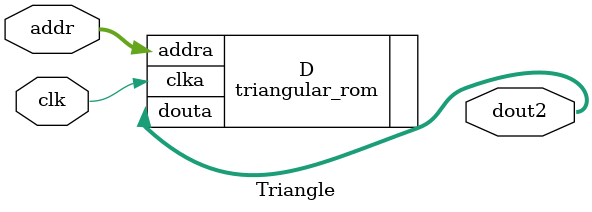
<source format=v>
`timescale 1ns / 1ps


module Triangle(
        input clk,
        input [11:0] addr,
        output [7:0] dout2     
    );
triangular_rom D
      (
        .clka(clk),
        .addra(addr),
        .douta(dout2)
      );      
endmodule

</source>
